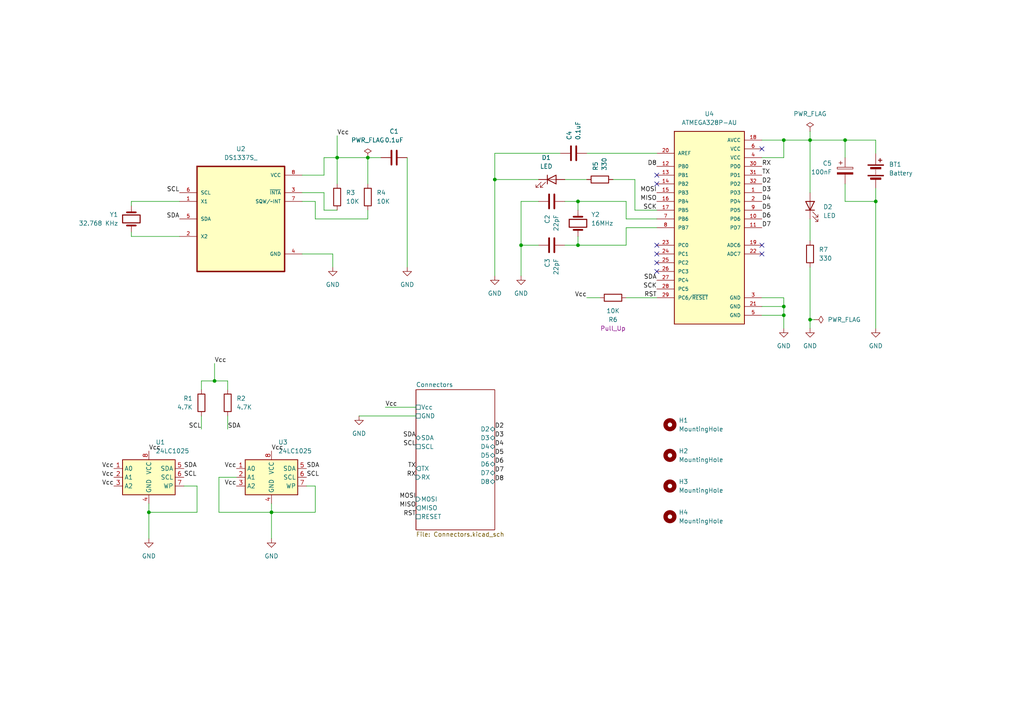
<source format=kicad_sch>
(kicad_sch (version 20230121) (generator eeschema)
  (paper "A4")
  (title_block (title "${project_name}") (date "2023-12-14") (rev "1"))
  (lib_symbols
    (symbol "ATMEGA328P-AU:ATMEGA328P-AU" (pin_names (offset 1.016))
      (property "Reference" "U4" (at 0 33.02 0))
      (property "Value" "ATMEGA328P-AU" (at 0 30.48 0))
      (symbol "ATMEGA328P-AU_0_0"
        (rectangle (start -10.16 -27.94) (end 10.16 27.94) (stroke (width 0.254)) (fill (type background)))
        (pin bidirectional line (at 15.24 10.16 180) (length 5.08) (name "PD3") (number "1"))
        (pin bidirectional line (at 15.24 2.54 180) (length 5.08) (name "PD6") (number "10"))
        (pin bidirectional line (at 15.24 0 180) (length 5.08) (name "PD7") (number "11"))
        (pin bidirectional line (at -15.24 17.78 0) (length 5.08) (name "PB0") (number "12"))
        (pin bidirectional line (at -15.24 15.24 0) (length 5.08) (name "PB1") (number "13"))
        (pin bidirectional line (at -15.24 12.7 0) (length 5.08) (name "PB2") (number "14"))
        (pin bidirectional line (at -15.24 10.16 0) (length 5.08) (name "PB3") (number "15"))
        (pin bidirectional line (at -15.24 7.62 0) (length 5.08) (name "PB4") (number "16"))
        (pin bidirectional line (at -15.24 5.08 0) (length 5.08) (name "PB5") (number "17"))
        (pin power_in line (at 15.24 25.4 180) (length 5.08) (name "AVCC") (number "18"))
        (pin bidirectional line (at 15.24 -5.08 180) (length 5.08) (name "ADC6") (number "19"))
        (pin bidirectional line (at 15.24 7.62 180) (length 5.08) (name "PD4") (number "2"))
        (pin input line (at -15.24 21.59 0) (length 5.08) (name "AREF") (number "20"))
        (pin power_in line (at 15.24 -22.86 180) (length 5.08) (name "GND") (number "21"))
        (pin bidirectional line (at 15.24 -7.62 180) (length 5.08) (name "ADC7") (number "22"))
        (pin bidirectional line (at -15.24 -5.08 0) (length 5.08) (name "PC0") (number "23"))
        (pin bidirectional line (at -15.24 -7.62 0) (length 5.08) (name "PC1") (number "24"))
        (pin bidirectional line (at -15.24 -10.16 0) (length 5.08) (name "PC2") (number "25"))
        (pin bidirectional line (at -15.24 -12.7 0) (length 5.08) (name "PC3") (number "26"))
        (pin bidirectional line (at -15.24 -15.24 0) (length 5.08) (name "PC4") (number "27"))
        (pin bidirectional line (at -15.24 -17.78 0) (length 5.08) (name "PC5") (number "28"))
        (pin bidirectional line (at -15.24 -20.32 0) (length 5.08) (name "PC6/~{RESET}") (number "29"))
        (pin power_in line (at 15.24 -20.32 180) (length 5.08) (name "GND") (number "3"))
        (pin bidirectional line (at 15.24 17.78 180) (length 5.08) (name "PD0") (number "30"))
        (pin bidirectional line (at 15.24 15.24 180) (length 5.08) (name "PD1") (number "31"))
        (pin bidirectional line (at 15.24 12.7 180) (length 5.08) (name "PD2") (number "32"))
        (pin power_in line (at 15.24 20.32 180) (length 5.08) (name "VCC") (number "4"))
        (pin power_in line (at 15.24 -25.4 180) (length 5.08) (name "GND") (number "5"))
        (pin power_in line (at 15.24 22.86 180) (length 5.08) (name "VCC") (number "6"))
        (pin bidirectional line (at -15.24 2.54 0) (length 5.08) (name "PB6") (number "7"))
        (pin bidirectional line (at -15.24 0 0) (length 5.08) (name "PB7") (number "8"))
        (pin bidirectional line (at 15.24 5.08 180) (length 5.08) (name "PD5") (number "9"))
      )
    )
    (symbol "DS1337S_:DS1337S_" (pin_names (offset 1.016))
      (property "Reference" "U" (at -12.7 16.24 0))
      (property "Value" "DS1337S_" (at -12.7 -19.24 0))
      (symbol "DS1337S__0_0"
        (rectangle (start -12.7 -15.24) (end 12.7 15.24) (stroke (width 0.41)) (fill (type background)))
        (pin input line (at -17.78 5.08 0) (length 5.08) (name "X1") (number "1"))
        (pin bidirectional line (at -17.78 -5.08 0) (length 5.08) (name "X2") (number "2"))
        (pin output line (at 17.78 7.62 180) (length 5.08) (name "~{INTA}") (number "3"))
        (pin power_in line (at 17.78 -10.16 180) (length 5.08) (name "GND") (number "4"))
        (pin bidirectional line (at -17.78 0 0) (length 5.08) (name "SDA") (number "5"))
        (pin input line (at -17.78 7.62 0) (length 5.08) (name "SCL") (number "6"))
        (pin output line (at 17.78 5.08 180) (length 5.08) (name "SQW/~INT") (number "7"))
        (pin power_in line (at 17.78 12.7 180) (length 5.08) (name "VCC") (number "8"))
      )
    )
    (symbol "Device:Battery" (pin_numbers hide) (pin_names (offset 0) hide)
      (property "Reference" "BT" (at 2.54 2.54 0))
      (property "Value" "Battery" (at 2.54 0 0))
      (symbol "Battery_0_1"
        (rectangle (start -2.286 -1.27) (end 2.286 -1.524) (fill (type outline)))
        (rectangle (start -2.286 1.778) (end 2.286 1.524) (fill (type outline)))
        (rectangle (start -1.524 -2.032) (end 1.524 -2.54) (fill (type outline)))
        (rectangle (start -1.524 1.016) (end 1.524 0.508) (fill (type outline)))
        (polyline (pts (xy 0 -1.016) (xy 0 -0.762)))
        (polyline (pts (xy 0 -0.508) (xy 0 -0.254)))
        (polyline (pts (xy 0 0) (xy 0 0.254)))
        (polyline (pts (xy 0 1.778) (xy 0 2.54)))
        (polyline (pts (xy 0.762 3.048) (xy 1.778 3.048)) (stroke (width 0.254)))
        (polyline (pts (xy 1.27 3.556) (xy 1.27 2.54)) (stroke (width 0.254)))
      )
      (symbol "Battery_1_1"
        (pin passive line (at 0 5.08 270) (length 2.54) (name "+") (number "1"))
        (pin passive line (at 0 -5.08 90) (length 2.54) (name "-") (number "2"))
      )
    )
    (symbol "Device:C" (pin_numbers hide) (pin_names (offset 0.254))
      (property "Reference" "C" (at 0.635 2.54 0))
      (property "Value" "C" (at 0.635 -2.54 0))
      (symbol "C_0_1"
        (polyline (pts (xy -2.032 -0.762) (xy 2.032 -0.762)) (stroke (width 0.508)))
        (polyline (pts (xy -2.032 0.762) (xy 2.032 0.762)) (stroke (width 0.508)))
      )
      (symbol "C_1_1"
        (pin passive line (at 0 3.81 270) (length 2.794) (name "~") (number "1"))
        (pin passive line (at 0 -3.81 90) (length 2.794) (name "~") (number "2"))
      )
    )
    (symbol "Device:C_Polarized" (pin_numbers hide) (pin_names (offset 0.254))
      (property "Reference" "C" (at 0.635 2.54 0))
      (property "Value" "C_Polarized" (at 0.635 -2.54 0))
      (symbol "C_Polarized_0_1"
        (rectangle (start -2.286 0.508) (end 2.286 1.016))
        (polyline (pts (xy -1.778 2.286) (xy -0.762 2.286)))
        (polyline (pts (xy -1.27 2.794) (xy -1.27 1.778)))
        (rectangle (start 2.286 -0.508) (end -2.286 -1.016) (fill (type outline)))
      )
      (symbol "C_Polarized_1_1"
        (pin passive line (at 0 3.81 270) (length 2.794) (name "~") (number "1"))
        (pin passive line (at 0 -3.81 90) (length 2.794) (name "~") (number "2"))
      )
    )
    (symbol "Device:Crystal" (pin_numbers hide) (pin_names (offset 1.016) hide)
      (property "Reference" "Y" (at 0 3.81 0))
      (property "Value" "Crystal" (at 0 -3.81 0))
      (symbol "Crystal_0_1"
        (rectangle (start -1.143 2.54) (end 1.143 -2.54) (stroke (width 0.3048)))
        (polyline (pts (xy -2.54 0) (xy -1.905 0)))
        (polyline (pts (xy -1.905 -1.27) (xy -1.905 1.27)) (stroke (width 0.508)))
        (polyline (pts (xy 1.905 -1.27) (xy 1.905 1.27)) (stroke (width 0.508)))
        (polyline (pts (xy 2.54 0) (xy 1.905 0)))
      )
      (symbol "Crystal_1_1"
        (pin passive line (at -3.81 0 0) (length 1.27) (name "1") (number "1"))
        (pin passive line (at 3.81 0 180) (length 1.27) (name "2") (number "2"))
      )
    )
    (symbol "Device:LED" (pin_numbers hide) (pin_names (offset 1.016) hide)
      (property "Reference" "D" (at 0 2.54 0))
      (property "Value" "LED" (at 0 -2.54 0))
      (symbol "LED_0_1"
        (polyline (pts (xy -1.27 -1.27) (xy -1.27 1.27)) (stroke (width 0.254)))
        (polyline (pts (xy -1.27 0) (xy 1.27 0)))
        (polyline (pts (xy 1.27 -1.27) (xy 1.27 1.27) (xy -1.27 0) (xy 1.27 -1.27)) (stroke (width 0.254)))
        (polyline (pts (xy -3.048 -0.762) (xy -4.572 -2.286) (xy -3.81 -2.286) (xy -4.572 -2.286) (xy -4.572 -1.524)))
        (polyline (pts (xy -1.778 -0.762) (xy -3.302 -2.286) (xy -2.54 -2.286) (xy -3.302 -2.286) (xy -3.302 -1.524)))
      )
      (symbol "LED_1_1"
        (pin passive line (at -3.81 0 0) (length 2.54) (name "K") (number "1"))
        (pin passive line (at 3.81 0 180) (length 2.54) (name "A") (number "2"))
      )
    )
    (symbol "Device:R" (pin_numbers hide) (pin_names (offset 0))
      (property "Reference" "R" (at 2.032 0 90))
      (property "Value" "R" (at 0 0 90))
      (symbol "R_0_1"
        (rectangle (start -1.016 -2.54) (end 1.016 2.54) (stroke (width 0.254)))
      )
      (symbol "R_1_1"
        (pin passive line (at 0 3.81 270) (length 1.27) (name "~") (number "1"))
        (pin passive line (at 0 -3.81 90) (length 1.27) (name "~") (number "2"))
      )
    )
    (symbol "GND_1" (power) (pin_numbers hide) (pin_names (offset 0) hide)
      (property "Value" "GND_1" (at 0 -3.81 0))
      (symbol "GND_1_0_1"
        (polyline (pts (xy 0 0) (xy 0 -1.27) (xy 1.27 -1.27) (xy 0 -2.54) (xy -1.27 -1.27) (xy 0 -1.27)))
      )
      (symbol "GND_1_1_1"
        (pin power_in line (at 0 0 270) (length 0) hide (name "GND") (number "1"))
      )
    )
    (symbol "Mechanical:MountingHole" (pin_names (offset 1.016))
      (property "Reference" "H" (at 0 5.08 0))
      (property "Value" "MountingHole" (at 0 3.175 0))
      (symbol "MountingHole_0_1"
        (circle (center 0 0) (radius 1.27) (stroke (width 1.27)))
      )
    )
    (symbol "Memory_EEPROM:24LC1025"
      (property "Reference" "U" (at -6.35 6.35 0))
      (property "Value" "24LC1025" (at 1.27 6.35 0))
      (symbol "24LC1025_1_1"
        (rectangle (start -7.62 5.08) (end 7.62 -5.08) (stroke (width 0.254)) (fill (type background)))
        (pin input line (at -10.16 2.54 0) (length 2.54) (name "A0") (number "1"))
        (pin input line (at -10.16 0 0) (length 2.54) (name "A1") (number "2"))
        (pin input line (at -10.16 -2.54 0) (length 2.54) (name "A2") (number "3"))
        (pin power_in line (at 0 -7.62 90) (length 2.54) (name "GND") (number "4"))
        (pin bidirectional line (at 10.16 2.54 180) (length 2.54) (name "SDA") (number "5"))
        (pin input line (at 10.16 0 180) (length 2.54) (name "SCL") (number "6"))
        (pin input line (at 10.16 -2.54 180) (length 2.54) (name "WP") (number "7"))
        (pin power_in line (at 0 7.62 270) (length 2.54) (name "VCC") (number "8"))
      )
    )
    (symbol "power:GND" (power) (pin_numbers hide) (pin_names (offset 0) hide)
      (property "Value" "GND" (at 0 -3.81 0))
      (symbol "GND_0_1"
        (polyline (pts (xy 0 0) (xy 0 -1.27) (xy 1.27 -1.27) (xy 0 -2.54) (xy -1.27 -1.27) (xy 0 -1.27)))
      )
      (symbol "GND_1_1"
        (pin power_in line (at 0 0 270) (length 0) hide (name "GND") (number "1"))
      )
    )
    (symbol "power:PWR_FLAG" (power) (pin_numbers hide) (pin_names (offset 0) hide)
      (property "Value" "PWR_FLAG" (at 0 3.81 0))
      (symbol "PWR_FLAG_0_0"
        (pin power_out line (at 0 0 90) (length 0) (name "pwr") (number "1"))
      )
      (symbol "PWR_FLAG_0_1"
        (polyline (pts (xy 0 0) (xy 0 1.27) (xy -1.016 1.905) (xy 0 2.54) (xy 1.016 1.905) (xy 0 1.27)))
      )
    )
  )
  (junction (at 245.11 40.64))
  (junction (at 43.18 148.59))
  (junction (at 143.51 52.07))
  (junction (at 227.33 40.64))
  (junction (at 167.64 71.12))
  (junction (at 97.79 45.72))
  (junction (at 151.13 71.12))
  (junction (at 227.33 91.44))
  (junction (at 254 58.42))
  (junction (at 227.33 88.9))
  (junction (at 167.64 58.42))
  (junction (at 78.74 148.59))
  (junction (at 234.95 40.64))
  (junction (at 62.23 110.49))
  (junction (at 234.95 92.71))
  (junction (at 106.68 45.72))
  (no_connect (at 190.5 50.8))
  (no_connect (at 190.5 73.66))
  (no_connect (at 190.5 53.34))
  (no_connect (at 190.5 71.12))
  (no_connect (at 190.5 76.2))
  (no_connect (at 190.5 78.74))
  (no_connect (at 220.98 73.66))
  (no_connect (at 220.98 43.18))
  (no_connect (at 220.98 71.12))
  (wire (pts (xy 236.22 92.71) (xy 234.95 92.71)))
  (wire (pts (xy 97.79 45.72) (xy 106.68 45.72)))
  (wire (pts (xy 184.15 52.07) (xy 177.8 52.07)))
  (wire (pts (xy 62.23 110.49) (xy 66.04 110.49)))
  (wire (pts (xy 184.15 60.96) (xy 184.15 52.07)))
  (wire (pts (xy 254 54.61) (xy 254 58.42)))
  (wire (pts (xy 106.68 45.72) (xy 106.68 53.34)))
  (wire (pts (xy 245.11 40.64) (xy 245.11 45.72)))
  (wire (pts (xy 167.64 58.42) (xy 181.61 58.42)))
  (wire (pts (xy 151.13 80.01) (xy 151.13 71.12)))
  (wire (pts (xy 227.33 91.44) (xy 227.33 95.25)))
  (wire (pts (xy 52.07 68.58) (xy 38.1 68.58)))
  (wire (pts (xy 43.18 146.05) (xy 43.18 148.59)))
  (wire (pts (xy 167.64 68.58) (xy 167.64 71.12)))
  (wire (pts (xy 106.68 63.5) (xy 91.44 63.5)))
  (wire (pts (xy 234.95 77.47) (xy 234.95 92.71)))
  (wire (pts (xy 106.68 60.96) (xy 106.68 63.5)))
  (wire (pts (xy 66.04 110.49) (xy 66.04 113.03)))
  (wire (pts (xy 220.98 88.9) (xy 227.33 88.9)))
  (wire (pts (xy 93.98 50.8) (xy 93.98 45.72)))
  (wire (pts (xy 66.04 120.65) (xy 66.04 124.46)))
  (wire (pts (xy 234.95 63.5) (xy 234.95 69.85)))
  (wire (pts (xy 43.18 148.59) (xy 57.15 148.59)))
  (wire (pts (xy 143.51 52.07) (xy 143.51 80.01)))
  (wire (pts (xy 58.42 110.49) (xy 62.23 110.49)))
  (wire (pts (xy 63.5 138.43) (xy 63.5 148.59)))
  (wire (pts (xy 227.33 88.9) (xy 227.33 91.44)))
  (wire (pts (xy 97.79 45.72) (xy 97.79 53.34)))
  (wire (pts (xy 63.5 148.59) (xy 78.74 148.59)))
  (wire (pts (xy 52.07 58.42) (xy 38.1 58.42)))
  (wire (pts (xy 93.98 45.72) (xy 97.79 45.72)))
  (wire (pts (xy 91.44 63.5) (xy 91.44 58.42)))
  (wire (pts (xy 220.98 40.64) (xy 227.33 40.64)))
  (wire (pts (xy 91.44 58.42) (xy 87.63 58.42)))
  (wire (pts (xy 91.44 140.97) (xy 91.44 148.59)))
  (wire (pts (xy 220.98 86.36) (xy 227.33 86.36)))
  (wire (pts (xy 62.23 105.41) (xy 62.23 110.49)))
  (wire (pts (xy 190.5 66.04) (xy 181.61 66.04)))
  (wire (pts (xy 93.98 55.88) (xy 93.98 60.96)))
  (wire (pts (xy 170.18 86.36) (xy 173.99 86.36)))
  (wire (pts (xy 88.9 140.97) (xy 91.44 140.97)))
  (wire (pts (xy 111.76 118.11) (xy 120.65 118.11)))
  (wire (pts (xy 227.33 40.64) (xy 234.95 40.64)))
  (wire (pts (xy 220.98 45.72) (xy 227.33 45.72)))
  (wire (pts (xy 68.58 138.43) (xy 63.5 138.43)))
  (wire (pts (xy 156.21 52.07) (xy 143.51 52.07)))
  (wire (pts (xy 181.61 86.36) (xy 190.5 86.36)))
  (wire (pts (xy 53.34 140.97) (xy 57.15 140.97)))
  (wire (pts (xy 151.13 58.42) (xy 156.21 58.42)))
  (wire (pts (xy 87.63 55.88) (xy 93.98 55.88)))
  (wire (pts (xy 167.64 71.12) (xy 163.83 71.12)))
  (wire (pts (xy 57.15 140.97) (xy 57.15 148.59)))
  (wire (pts (xy 96.52 73.66) (xy 87.63 73.66)))
  (wire (pts (xy 104.14 120.65) (xy 120.65 120.65)))
  (wire (pts (xy 151.13 71.12) (xy 156.21 71.12)))
  (wire (pts (xy 234.95 92.71) (xy 234.95 95.25)))
  (wire (pts (xy 254 58.42) (xy 254 95.25)))
  (wire (pts (xy 227.33 86.36) (xy 227.33 88.9)))
  (wire (pts (xy 58.42 113.03) (xy 58.42 110.49)))
  (wire (pts (xy 234.95 40.64) (xy 245.11 40.64)))
  (wire (pts (xy 58.42 120.65) (xy 58.42 124.46)))
  (wire (pts (xy 254 40.64) (xy 245.11 40.64)))
  (wire (pts (xy 167.64 58.42) (xy 167.64 60.96)))
  (wire (pts (xy 118.11 45.72) (xy 118.11 77.47)))
  (wire (pts (xy 97.79 39.37) (xy 97.79 45.72)))
  (wire (pts (xy 163.83 52.07) (xy 170.18 52.07)))
  (wire (pts (xy 78.74 146.05) (xy 78.74 148.59)))
  (wire (pts (xy 106.68 45.72) (xy 110.49 45.72)))
  (wire (pts (xy 190.5 63.5) (xy 181.61 63.5)))
  (wire (pts (xy 151.13 71.12) (xy 151.13 58.42)))
  (wire (pts (xy 234.95 38.1) (xy 234.95 40.64)))
  (wire (pts (xy 78.74 148.59) (xy 78.74 156.21)))
  (wire (pts (xy 181.61 63.5) (xy 181.61 58.42)))
  (wire (pts (xy 234.95 40.64) (xy 234.95 55.88)))
  (wire (pts (xy 181.61 66.04) (xy 181.61 71.12)))
  (wire (pts (xy 143.51 44.45) (xy 143.51 52.07)))
  (wire (pts (xy 96.52 77.47) (xy 96.52 73.66)))
  (wire (pts (xy 245.11 58.42) (xy 254 58.42)))
  (wire (pts (xy 43.18 148.59) (xy 43.18 156.21)))
  (wire (pts (xy 93.98 60.96) (xy 97.79 60.96)))
  (wire (pts (xy 38.1 68.58) (xy 38.1 67.31)))
  (wire (pts (xy 227.33 45.72) (xy 227.33 40.64)))
  (wire (pts (xy 220.98 91.44) (xy 227.33 91.44)))
  (wire (pts (xy 190.5 60.96) (xy 184.15 60.96)))
  (wire (pts (xy 38.1 58.42) (xy 38.1 59.69)))
  (wire (pts (xy 162.56 44.45) (xy 143.51 44.45)))
  (wire (pts (xy 254 44.45) (xy 254 40.64)))
  (wire (pts (xy 245.11 53.34) (xy 245.11 58.42)))
  (wire (pts (xy 91.44 148.59) (xy 78.74 148.59)))
  (wire (pts (xy 170.18 44.45) (xy 190.5 44.45)))
  (wire (pts (xy 163.83 58.42) (xy 167.64 58.42)))
  (wire (pts (xy 167.64 71.12) (xy 181.61 71.12)))
  (wire (pts (xy 87.63 50.8) (xy 93.98 50.8)))
  (label "Vcc" (at 97.79 39.37 0))
  (label "SCL" (at 53.34 138.43 0))
  (label "SCL" (at 120.65 129.54 180))
  (label "TX" (at 120.65 135.89 180))
  (label "SCK" (at 190.5 83.82 180))
  (label "SDA" (at 66.04 124.46 0))
  (label "SCL" (at 52.07 55.88 180))
  (label "Vcc" (at 68.58 140.97 180))
  (label "D3" (at 220.98 55.88 0))
  (label "RST" (at 120.65 149.86 180))
  (label "RX" (at 120.65 138.43 180))
  (label "Vcc" (at 78.74 130.81 0))
  (label "D5" (at 143.51 132.08 0))
  (label "SDA" (at 88.9 135.89 0))
  (label "D6" (at 220.98 63.5 0))
  (label "MISO" (at 190.5 58.42 180))
  (label "D7" (at 220.98 66.04 0))
  (label "Vcc" (at 68.58 135.89 180))
  (label "Vcc" (at 43.18 130.81 0))
  (label "SDA" (at 190.5 81.28 180))
  (label "SCK" (at 190.5 60.96 180))
  (label "D8" (at 190.5 48.26 180))
  (label "SCL" (at 58.42 124.46 180))
  (label "Vcc" (at 62.23 105.41 0))
  (label "D2" (at 143.51 124.46 0))
  (label "D8" (at 143.51 139.7 0))
  (label "D2" (at 220.98 53.34 0))
  (label "SDA" (at 53.34 135.89 0))
  (label "D6" (at 143.51 134.62 0))
  (label "Vcc" (at 33.02 135.89 180))
  (label "Vcc" (at 170.18 86.36 180))
  (label "D3" (at 143.51 127 0))
  (label "MOSI" (at 120.65 144.78 180))
  (label "D5" (at 220.98 60.96 0))
  (label "MOSI" (at 190.5 55.88 180))
  (label "D4" (at 143.51 129.54 0))
  (label "SDA" (at 120.65 127 180))
  (label "RX" (at 220.98 48.26 0))
  (label "D4" (at 220.98 58.42 0))
  (label "MISO" (at 120.65 147.32 180))
  (label "TX" (at 220.98 50.8 0))
  (label "SDA" (at 52.07 63.5 180))
  (label "RST" (at 190.5 86.36 180))
  (label "D7" (at 143.51 137.16 0))
  (label "Vcc" (at 33.02 140.97 180))
  (label "SCL" (at 88.9 138.43 0))
  (label "Vcc" (at 111.76 118.11 0))
  (label "Vcc" (at 33.02 138.43 180))
  (symbol (lib_id "Mechanical:MountingHole") (at 194.31 132.08 0) (unit 1)
    (property "Reference" "H2" (at 196.85 130.81 0) (effects (justify left)))
    (property "Value" "MountingHole" (at 196.85 133.35 0) (effects (justify left)))
    (property "Footprint" "MountingHole:MountingHole_2.1mm" (effects hide))
  )
  (symbol (lib_id "DS1337S_:DS1337S_") (at 69.85 63.5 0) (unit 1)
    (property "Reference" "U2" (at 69.85 43.18 0))
    (property "Value" "DS1337S_" (at 69.85 45.72 0))
    (property "Footprint" "Footprints:SOIC127P600X175-8N" (effects hide))
    (property "MF" "Analog Devices" (effects hide))
    (property "Description" "\nReal Time Clock (RTC) IC Clock/Calendar - I²C, 2-Wire Serial 8-SOIC (0.154, 3.90mm Width)\n" (effects hide))
    (property "Package" "SOIC-8 Maxim" (effects hide))
    (property "Price" "None" (effects hide))
    (property "SnapEDA_Link" "https://www.snapeda.com/parts/DS1337S/Analog+Devices/view-part/?ref=snap" (effects hide))
    (property "MP" "DS1337S" (effects hide))
    (property "Purchase-URL" "https://www.snapeda.com/api/url_track_click_mouser/?unipart_id=2748190&manufacturer=Analog Devices&part_name=DS1337S&search_term=ds1337s" (effects hide))
    (property "Availability" "In Stock" (effects hide))
    (property "Check_prices" "https://www.snapeda.com/parts/DS1337S/Analog+Devices/view-part/?ref=eda" (effects hide))
  )
  (symbol (lib_id "Device:Battery") (at 254 49.53 0) (unit 1)
    (property "Reference" "BT1" (at 257.81 47.6885 0) (effects (justify left)))
    (property "Value" "Battery" (at 257.81 50.2285 0) (effects (justify left)))
    (property "Footprint" "Connector_PinHeader_2.54mm:PinHeader_1x02_P2.54mm_Vertical" (effects hide))
  )
  (symbol (lib_id "Mechanical:MountingHole") (at 194.31 123.19 0) (unit 1)
    (property "Reference" "H1" (at 196.85 121.92 0) (effects (justify left)))
    (property "Value" "MountingHole" (at 196.85 124.46 0) (effects (justify left)))
    (property "Footprint" "MountingHole:MountingHole_2.1mm" (effects hide))
  )
  (symbol (lib_id "Device:C") (at 160.02 58.42 90) (mirror x) (unit 1)
    (property "Reference" "C2" (at 158.75 62.23 0) (effects (justify left)))
    (property "Value" "22pF" (at 161.29 62.23 0) (effects (justify left)))
    (property "Footprint" "Capacitor_SMD:C_0805_2012Metric" (effects hide))
  )
  (symbol (lib_id "Device:R") (at 58.42 116.84 0) (mirror y) (unit 1)
    (property "Reference" "R1" (at 55.88 115.57 0) (effects (justify left)))
    (property "Value" "4.7K" (at 55.88 118.11 0) (effects (justify left)))
    (property "Footprint" "Resistor_SMD:R_0805_2012Metric" (effects hide))
  )
  (symbol (lib_name "GND_1") (lib_id "power:GND") (at 43.18 156.21 0) (unit 1)
    (property "Reference" "#PWR01" (effects hide))
    (property "Value" "GND" (at 43.18 161.29 0))
  )
  (symbol (lib_id "power:GND") (at 118.11 77.47 0) (unit 1)
    (property "Reference" "#PWR05" (effects hide))
    (property "Value" "GND" (at 118.11 82.55 0))
  )
  (symbol (lib_id "Device:C_Polarized") (at 245.11 49.53 0) (unit 1)
    (property "Reference" "C5" (at 241.3 47.371 0) (effects (justify right)))
    (property "Value" "100nF" (at 241.3 49.911 0) (effects (justify right)))
    (property "Footprint" "Capacitor_SMD:C_0805_2012Metric" (effects hide))
  )
  (symbol (lib_name "GND_1") (lib_id "power:GND") (at 78.74 156.21 0) (unit 1)
    (property "Reference" "#PWR02" (effects hide))
    (property "Value" "GND" (at 78.74 161.29 0))
  )
  (symbol (lib_id "power:PWR_FLAG") (at 234.95 38.1 0) (unit 1)
    (property "Reference" "#FLG02" (effects hide))
    (property "Value" "PWR_FLAG" (at 234.95 33.02 0))
  )
  (symbol (lib_id "power:PWR_FLAG") (at 106.68 45.72 0) (unit 1)
    (property "Reference" "#FLG01" (effects hide))
    (property "Value" "PWR_FLAG" (at 106.68 40.64 0))
  )
  (symbol (lib_id "Device:R") (at 234.95 73.66 0) (unit 1)
    (property "Reference" "R7" (at 237.49 72.39 0) (effects (justify left)))
    (property "Value" "330" (at 237.49 74.93 0) (effects (justify left)))
    (property "Footprint" "Resistor_SMD:R_0805_2012Metric" (effects hide))
  )
  (symbol (lib_id "Device:R") (at 106.68 57.15 0) (unit 1)
    (property "Reference" "R4" (at 109.22 55.88 0) (effects (justify left)))
    (property "Value" "10K" (at 109.22 58.42 0) (effects (justify left)))
    (property "Footprint" "Resistor_SMD:R_0805_2012Metric" (effects hide))
  )
  (symbol (lib_id "Device:Crystal") (at 38.1 63.5 270) (mirror x) (unit 1)
    (property "Reference" "Y1" (at 34.29 62.23 90) (effects (justify right)))
    (property "Value" "32.768 KHz" (at 34.29 64.77 90) (effects (justify right)))
    (property "Footprint" "Crystal:Crystal_SMD_5032-2Pin_5.0x3.2mm_HandSoldering" (effects hide))
  )
  (symbol (lib_id "power:GND") (at 254 95.25 0) (unit 1)
    (property "Reference" "#PWR010" (effects hide))
    (property "Value" "GND" (at 254 100.33 0))
  )
  (symbol (lib_id "Device:R") (at 173.99 52.07 90) (unit 1)
    (property "Reference" "R5" (at 172.72 49.53 0) (effects (justify left)))
    (property "Value" "330" (at 175.26 49.53 0) (effects (justify left)))
    (property "Footprint" "Resistor_SMD:R_0805_2012Metric" (effects hide))
  )
  (symbol (lib_id "power:GND") (at 227.33 95.25 0) (unit 1)
    (property "Reference" "#PWR08" (effects hide))
    (property "Value" "GND" (at 227.33 100.33 0))
  )
  (symbol (lib_name "GND_1") (lib_id "power:GND") (at 104.14 120.65 0) (unit 1)
    (property "Reference" "#PWR04" (effects hide))
    (property "Value" "GND" (at 104.14 125.73 0))
  )
  (symbol (lib_id "Memory_EEPROM:24LC1025") (at 43.18 138.43 0) (unit 1)
    (property "Reference" "U1" (at 45.1359 128.27 0) (effects (justify left)))
    (property "Value" "24LC1025" (at 45.1359 130.81 0) (effects (justify left)))
    (property "Footprint" "Package_SO:SOIC-8_3.9x4.9mm_P1.27mm" (effects hide))
    (property "Datasheet" "http://ww1.microchip.com/downloads/en/DeviceDoc/21941B.pdf" (effects hide))
  )
  (symbol (lib_id "Device:R") (at 97.79 57.15 0) (unit 1)
    (property "Reference" "R3" (at 100.33 55.88 0) (effects (justify left)))
    (property "Value" "10K" (at 100.33 58.42 0) (effects (justify left)))
    (property "Footprint" "Resistor_SMD:R_0805_2012Metric" (effects hide))
  )
  (symbol (lib_id "power:PWR_FLAG") (at 236.22 92.71 270) (unit 1)
    (property "Reference" "#FLG03" (effects hide))
    (property "Value" "PWR_FLAG" (at 240.03 92.71 90) (effects (justify left)))
  )
  (symbol (lib_id "Device:LED") (at 234.95 59.69 90) (unit 1)
    (property "Reference" "D2" (at 238.76 60.0075 90) (effects (justify right)))
    (property "Value" "LED" (at 238.76 62.5475 90) (effects (justify right)))
    (property "Footprint" "LED_SMD:LED_0805_2012Metric" (effects hide))
  )
  (symbol (lib_id "Device:R") (at 66.04 116.84 0) (unit 1)
    (property "Reference" "R2" (at 68.58 115.57 0) (effects (justify left)))
    (property "Value" "4.7K" (at 68.58 118.11 0) (effects (justify left)))
    (property "Footprint" "Resistor_SMD:R_0805_2012Metric" (effects hide))
  )
  (symbol (lib_id "power:GND") (at 143.51 80.01 0) (unit 1)
    (property "Reference" "#PWR06" (effects hide))
    (property "Value" "GND" (at 143.51 85.09 0))
  )
  (symbol (lib_id "Memory_EEPROM:24LC1025") (at 78.74 138.43 0) (unit 1)
    (property "Reference" "U3" (at 80.6959 128.27 0) (effects (justify left)))
    (property "Value" "24LC1025" (at 80.6959 130.81 0) (effects (justify left)))
    (property "Footprint" "Package_SO:SOIC-8_3.9x4.9mm_P1.27mm" (effects hide))
    (property "Datasheet" "http://ww1.microchip.com/downloads/en/DeviceDoc/21941B.pdf" (effects hide))
  )
  (symbol (lib_id "Mechanical:MountingHole") (at 194.31 140.97 0) (unit 1)
    (property "Reference" "H3" (at 196.85 139.7 0) (effects (justify left)))
    (property "Value" "MountingHole" (at 196.85 142.24 0) (effects (justify left)))
    (property "Footprint" "MountingHole:MountingHole_2.1mm" (effects hide))
  )
  (symbol (lib_name "GND_1") (lib_id "power:GND") (at 96.52 77.47 0) (mirror y) (unit 1)
    (property "Reference" "#PWR03" (effects hide))
    (property "Value" "GND" (at 96.52 82.55 0))
  )
  (symbol (lib_id "Device:C") (at 160.02 71.12 90) (unit 1)
    (property "Reference" "C3" (at 158.75 74.93 0) (effects (justify right)))
    (property "Value" "22pF" (at 161.29 74.93 0) (effects (justify right)))
    (property "Footprint" "Capacitor_SMD:C_0805_2012Metric" (effects hide))
  )
  (symbol (lib_id "power:GND") (at 234.95 95.25 0) (unit 1)
    (property "Reference" "#PWR09" (effects hide))
    (property "Value" "GND" (at 234.95 100.33 0))
  )
  (symbol (lib_id "Device:Crystal") (at 167.64 64.77 90) (unit 1)
    (property "Reference" "Y2" (at 171.45 62.23 90) (effects (justify right)))
    (property "Value" "16MHz" (at 171.45 64.77 90) (effects (justify right)))
    (property "Footprint" "Crystal:Crystal_SMD_5032-2Pin_5.0x3.2mm_HandSoldering" (effects hide))
  )
  (symbol (lib_id "ATMEGA328P-AU:ATMEGA328P-AU") (at 205.74 66.04 0) (unit 1)
    (property "Reference" "U4" (at 205.74 33.02 0))
    (property "Value" "ATMEGA328P-AU" (at 205.74 35.56 0))
    (property "Footprint" "Footprints:QFP80P900X900X120-32N" (effects hide))
    (property "MF" "Microchip" (effects hide))
    (property "MAXIMUM_PACKAGE_HEIGHT" "1.20mm" (effects hide))
    (property "Package" "TQFP-32 Microchip" (effects hide))
    (property "Price" "None" (effects hide))
    (property "Check_prices" "https://www.snapeda.com/parts/ATMEGA328P-AU/Microchip/view-part/?ref=eda" (effects hide))
    (property "STANDARD" "IPC-7351B" (effects hide))
    (property "PARTREV" "8271A" (effects hide))
    (property "SnapEDA_Link" "https://www.snapeda.com/parts/ATMEGA328P-AU/Microchip/view-part/?ref=snap" (effects hide))
    (property "MP" "ATMEGA328P-AU" (effects hide))
    (property "Purchase-URL" "https://www.snapeda.com/api/url_track_click_mouser/?unipart_id=44280&manufacturer=Microchip&part_name=ATMEGA328P-AU&search_term=atmega328p" (effects hide))
    (property "Description" "\nAVR AVR® ATmega Microcontroller IC 8-Bit 20MHz 32KB (16K x 16) FLASH 32-TQFP (7x7)\n" (effects hide))
    (property "Availability" "In Stock" (effects hide))
    (property "MANUFACTURER" "Microchip" (effects hide))
  )
  (symbol (lib_id "Mechanical:MountingHole") (at 194.31 149.86 0) (unit 1)
    (property "Reference" "H4" (at 196.85 148.59 0) (effects (justify left)))
    (property "Value" "MountingHole" (at 196.85 151.13 0) (effects (justify left)))
    (property "Footprint" "MountingHole:MountingHole_2.1mm" (effects hide))
  )
  (symbol (lib_id "Device:C") (at 166.37 44.45 90) (unit 1)
    (property "Reference" "C4" (at 165.1 40.64 0) (effects (justify left)))
    (property "Value" "0.1uF" (at 167.64 40.64 0) (effects (justify left)))
    (property "Footprint" "Capacitor_SMD:C_0805_2012Metric" (effects hide))
  )
  (symbol (lib_id "Device:LED") (at 160.02 52.07 0) (unit 1)
    (property "Reference" "D1" (at 158.4325 45.72 0))
    (property "Value" "LED" (at 158.4325 48.26 0))
    (property "Footprint" "LED_SMD:LED_0805_2012Metric" (effects hide))
  )
  (symbol (lib_id "Device:C") (at 114.3 45.72 90) (mirror x) (unit 1)
    (property "Reference" "C1" (at 114.3 38.1 90))
    (property "Value" "0.1uF" (at 114.3 40.64 90))
    (property "Footprint" "Capacitor_SMD:C_0805_2012Metric" (effects hide))
  )
  (symbol (lib_id "power:GND") (at 151.13 80.01 0) (unit 1)
    (property "Reference" "#PWR07" (effects hide))
    (property "Value" "GND" (at 151.13 85.09 0))
  )
  (symbol (lib_id "Device:R") (at 177.8 86.36 270) (mirror x) (unit 1)
    (property "Reference" "R6" (at 177.8 92.71 90))
    (property "Value" "10K" (at 177.8 90.17 90))
    (property "Footprint" "Resistor_SMD:R_0805_2012Metric" (effects hide))
    (property "Purpose" "Pull_Up" (at 177.8 95.25 90))
  )
  (sheet (at 120.65 113.03) (size 22.86 40.64) (stroke (width 0.1524))
    (property "Sheetname" "Connectors" (at 120.65 112.3184 0) (effects (justify left bottom)))
    (property "Sheetfile" "Connectors.kicad_sch" (at 120.65 154.2546 0) (effects (justify left top)))
    (pin "GND" passive (at 120.65 120.65 180))
    (pin "Vcc" passive (at 120.65 118.11 180))
    (pin "SDA" bidirectional (at 120.65 127 180))
    (pin "SCL" passive (at 120.65 129.54 180))
    (pin "TX" output (at 120.65 135.89 180))
    (pin "RX" input (at 120.65 138.43 180))
    (pin "D8" bidirectional (at 143.51 139.7 0))
    (pin "D2" bidirectional (at 143.51 124.46 0))
    (pin "D4" bidirectional (at 143.51 129.54 0))
    (pin "D7" bidirectional (at 143.51 137.16 0))
    (pin "D3" bidirectional (at 143.51 127 0))
    (pin "D5" bidirectional (at 143.51 132.08 0))
    (pin "D6" bidirectional (at 143.51 134.62 0))
    (pin "MISO" output (at 120.65 147.32 180))
    (pin "RESET" passive (at 120.65 149.86 180))
    (pin "MOSI" input (at 120.65 144.78 180))
  )
)
</source>
